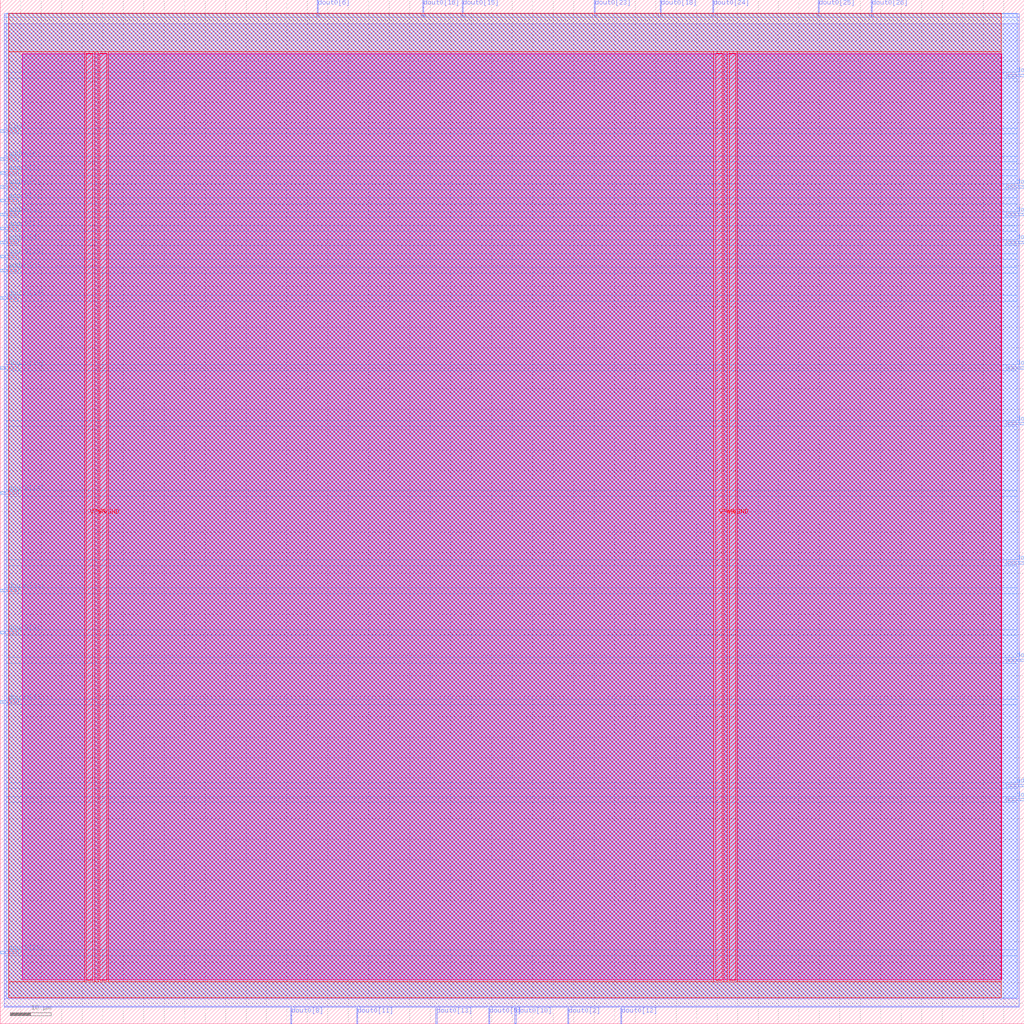
<source format=lef>
VERSION 5.7 ;
  NOWIREEXTENSIONATPIN ON ;
  DIVIDERCHAR "/" ;
  BUSBITCHARS "[]" ;
MACRO rom4
  CLASS BLOCK ;
  FOREIGN rom4 ;
  ORIGIN 0.000 0.000 ;
  SIZE 250.000 BY 250.000 ;
  PIN VGND
    DIRECTION INOUT ;
    USE GROUND ;
    PORT
      LAYER met4 ;
        RECT 24.340 10.640 25.940 236.880 ;
    END
    PORT
      LAYER met4 ;
        RECT 177.940 10.640 179.540 236.880 ;
    END
  END VGND
  PIN VPWR
    DIRECTION INOUT ;
    USE POWER ;
    PORT
      LAYER met4 ;
        RECT 21.040 10.640 22.640 236.880 ;
    END
    PORT
      LAYER met4 ;
        RECT 174.640 10.640 176.240 236.880 ;
    END
  END VPWR
  PIN addr0[0]
    DIRECTION INPUT ;
    USE SIGNAL ;
    ANTENNAGATEAREA 0.196500 ;
    PORT
      LAYER met3 ;
        RECT 0.000 183.640 4.000 184.240 ;
    END
  END addr0[0]
  PIN addr0[1]
    DIRECTION INPUT ;
    USE SIGNAL ;
    ANTENNAGATEAREA 0.196500 ;
    PORT
      LAYER met3 ;
        RECT 0.000 197.240 4.000 197.840 ;
    END
  END addr0[1]
  PIN addr0[2]
    DIRECTION INPUT ;
    USE SIGNAL ;
    ANTENNAGATEAREA 0.196500 ;
    PORT
      LAYER met3 ;
        RECT 0.000 193.840 4.000 194.440 ;
    END
  END addr0[2]
  PIN addr0[3]
    DIRECTION INPUT ;
    USE SIGNAL ;
    ANTENNAGATEAREA 0.196500 ;
    PORT
      LAYER met3 ;
        RECT 0.000 190.440 4.000 191.040 ;
    END
  END addr0[3]
  PIN addr0[4]
    DIRECTION INPUT ;
    USE SIGNAL ;
    ANTENNAGATEAREA 0.126000 ;
    PORT
      LAYER met3 ;
        RECT 0.000 200.640 4.000 201.240 ;
    END
  END addr0[4]
  PIN addr0[5]
    DIRECTION INPUT ;
    USE SIGNAL ;
    ANTENNAGATEAREA 0.196500 ;
    PORT
      LAYER met3 ;
        RECT 0.000 204.040 4.000 204.640 ;
    END
  END addr0[5]
  PIN addr0[6]
    DIRECTION INPUT ;
    USE SIGNAL ;
    ANTENNAGATEAREA 0.196500 ;
    PORT
      LAYER met3 ;
        RECT 246.000 57.840 250.000 58.440 ;
    END
  END addr0[6]
  PIN addr0[7]
    DIRECTION INPUT ;
    USE SIGNAL ;
    ANTENNAGATEAREA 0.126000 ;
    PORT
      LAYER met3 ;
        RECT 0.000 207.440 4.000 208.040 ;
    END
  END addr0[7]
  PIN addr0[8]
    DIRECTION INPUT ;
    USE SIGNAL ;
    ANTENNAGATEAREA 0.196500 ;
    PORT
      LAYER met3 ;
        RECT 0.000 210.840 4.000 211.440 ;
    END
  END addr0[8]
  PIN clk0
    DIRECTION INPUT ;
    USE SIGNAL ;
    ANTENNAGATEAREA 0.852000 ;
    PORT
      LAYER met3 ;
        RECT 0.000 217.640 4.000 218.240 ;
    END
  END clk0
  PIN dout0[0]
    DIRECTION OUTPUT ;
    USE SIGNAL ;
    ANTENNADIFFAREA 0.445500 ;
    PORT
      LAYER met3 ;
        RECT 246.000 112.240 250.000 112.840 ;
    END
  END dout0[0]
  PIN dout0[10]
    DIRECTION OUTPUT ;
    USE SIGNAL ;
    ANTENNADIFFAREA 0.445500 ;
    PORT
      LAYER met2 ;
        RECT 125.670 0.000 125.950 4.000 ;
    END
  END dout0[10]
  PIN dout0[11]
    DIRECTION OUTPUT ;
    USE SIGNAL ;
    ANTENNADIFFAREA 0.445500 ;
    PORT
      LAYER met2 ;
        RECT 87.030 0.000 87.310 4.000 ;
    END
  END dout0[11]
  PIN dout0[12]
    DIRECTION OUTPUT ;
    USE SIGNAL ;
    ANTENNADIFFAREA 0.445500 ;
    PORT
      LAYER met2 ;
        RECT 151.430 0.000 151.710 4.000 ;
    END
  END dout0[12]
  PIN dout0[13]
    DIRECTION OUTPUT ;
    USE SIGNAL ;
    ANTENNADIFFAREA 0.445500 ;
    PORT
      LAYER met2 ;
        RECT 106.350 0.000 106.630 4.000 ;
    END
  END dout0[13]
  PIN dout0[14]
    DIRECTION OUTPUT ;
    USE SIGNAL ;
    ANTENNADIFFAREA 0.445500 ;
    PORT
      LAYER met3 ;
        RECT 0.000 129.240 4.000 129.840 ;
    END
  END dout0[14]
  PIN dout0[15]
    DIRECTION OUTPUT ;
    USE SIGNAL ;
    ANTENNADIFFAREA 0.795200 ;
    PORT
      LAYER met2 ;
        RECT 112.790 246.000 113.070 250.000 ;
    END
  END dout0[15]
  PIN dout0[16]
    DIRECTION OUTPUT ;
    USE SIGNAL ;
    ANTENNADIFFAREA 0.795200 ;
    PORT
      LAYER met2 ;
        RECT 103.130 246.000 103.410 250.000 ;
    END
  END dout0[16]
  PIN dout0[17]
    DIRECTION OUTPUT ;
    USE SIGNAL ;
    ANTENNADIFFAREA 0.445500 ;
    PORT
      LAYER met3 ;
        RECT 0.000 176.840 4.000 177.440 ;
    END
  END dout0[17]
  PIN dout0[18]
    DIRECTION OUTPUT ;
    USE SIGNAL ;
    ANTENNADIFFAREA 0.795200 ;
    PORT
      LAYER met2 ;
        RECT 161.090 246.000 161.370 250.000 ;
    END
  END dout0[18]
  PIN dout0[19]
    DIRECTION OUTPUT ;
    USE SIGNAL ;
    ANTENNADIFFAREA 0.445500 ;
    PORT
      LAYER met3 ;
        RECT 0.000 159.840 4.000 160.440 ;
    END
  END dout0[19]
  PIN dout0[1]
    DIRECTION OUTPUT ;
    USE SIGNAL ;
    ANTENNADIFFAREA 0.445500 ;
    PORT
      LAYER met3 ;
        RECT 246.000 88.440 250.000 89.040 ;
    END
  END dout0[1]
  PIN dout0[20]
    DIRECTION OUTPUT ;
    USE SIGNAL ;
    ANTENNADIFFAREA 0.445500 ;
    PORT
      LAYER met3 ;
        RECT 0.000 187.040 4.000 187.640 ;
    END
  END dout0[20]
  PIN dout0[21]
    DIRECTION OUTPUT ;
    USE SIGNAL ;
    ANTENNADIFFAREA 0.445500 ;
    PORT
      LAYER met3 ;
        RECT 0.000 105.440 4.000 106.040 ;
    END
  END dout0[21]
  PIN dout0[22]
    DIRECTION OUTPUT ;
    USE SIGNAL ;
    ANTENNADIFFAREA 0.445500 ;
    PORT
      LAYER met3 ;
        RECT 246.000 159.840 250.000 160.440 ;
    END
  END dout0[22]
  PIN dout0[23]
    DIRECTION OUTPUT ;
    USE SIGNAL ;
    ANTENNADIFFAREA 0.795200 ;
    PORT
      LAYER met2 ;
        RECT 144.990 246.000 145.270 250.000 ;
    END
  END dout0[23]
  PIN dout0[24]
    DIRECTION OUTPUT ;
    USE SIGNAL ;
    ANTENNADIFFAREA 0.795200 ;
    PORT
      LAYER met2 ;
        RECT 173.970 246.000 174.250 250.000 ;
    END
  END dout0[24]
  PIN dout0[25]
    DIRECTION OUTPUT ;
    USE SIGNAL ;
    ANTENNADIFFAREA 0.795200 ;
    PORT
      LAYER met2 ;
        RECT 199.730 246.000 200.010 250.000 ;
    END
  END dout0[25]
  PIN dout0[26]
    DIRECTION OUTPUT ;
    USE SIGNAL ;
    ANTENNADIFFAREA 0.795200 ;
    PORT
      LAYER met2 ;
        RECT 212.610 246.000 212.890 250.000 ;
    END
  END dout0[26]
  PIN dout0[27]
    DIRECTION OUTPUT ;
    USE SIGNAL ;
    ANTENNADIFFAREA 0.445500 ;
    PORT
      LAYER met3 ;
        RECT 246.000 190.440 250.000 191.040 ;
    END
  END dout0[27]
  PIN dout0[28]
    DIRECTION OUTPUT ;
    USE SIGNAL ;
    ANTENNADIFFAREA 0.445500 ;
    PORT
      LAYER met3 ;
        RECT 246.000 197.240 250.000 197.840 ;
    END
  END dout0[28]
  PIN dout0[29]
    DIRECTION OUTPUT ;
    USE SIGNAL ;
    ANTENNADIFFAREA 0.445500 ;
    PORT
      LAYER met3 ;
        RECT 246.000 204.040 250.000 204.640 ;
    END
  END dout0[29]
  PIN dout0[2]
    DIRECTION OUTPUT ;
    USE SIGNAL ;
    ANTENNADIFFAREA 0.445500 ;
    PORT
      LAYER met2 ;
        RECT 138.550 0.000 138.830 4.000 ;
    END
  END dout0[2]
  PIN dout0[30]
    DIRECTION OUTPUT ;
    USE SIGNAL ;
    PORT
      LAYER met3 ;
        RECT 0.000 17.040 4.000 17.640 ;
    END
  END dout0[30]
  PIN dout0[31]
    DIRECTION OUTPUT ;
    USE SIGNAL ;
    PORT
      LAYER met3 ;
        RECT 246.000 231.240 250.000 231.840 ;
    END
  END dout0[31]
  PIN dout0[3]
    DIRECTION OUTPUT ;
    USE SIGNAL ;
    ANTENNADIFFAREA 0.445500 ;
    PORT
      LAYER met3 ;
        RECT 246.000 146.240 250.000 146.840 ;
    END
  END dout0[3]
  PIN dout0[4]
    DIRECTION OUTPUT ;
    USE SIGNAL ;
    ANTENNADIFFAREA 0.445500 ;
    PORT
      LAYER met3 ;
        RECT 246.000 54.440 250.000 55.040 ;
    END
  END dout0[4]
  PIN dout0[5]
    DIRECTION OUTPUT ;
    USE SIGNAL ;
    ANTENNADIFFAREA 0.445500 ;
    PORT
      LAYER met2 ;
        RECT 119.230 0.000 119.510 4.000 ;
    END
  END dout0[5]
  PIN dout0[6]
    DIRECTION OUTPUT ;
    USE SIGNAL ;
    ANTENNADIFFAREA 0.795200 ;
    PORT
      LAYER met2 ;
        RECT 77.370 246.000 77.650 250.000 ;
    END
  END dout0[6]
  PIN dout0[7]
    DIRECTION OUTPUT ;
    USE SIGNAL ;
    ANTENNADIFFAREA 0.445500 ;
    PORT
      LAYER met3 ;
        RECT 0.000 78.240 4.000 78.840 ;
    END
  END dout0[7]
  PIN dout0[8]
    DIRECTION OUTPUT ;
    USE SIGNAL ;
    ANTENNADIFFAREA 0.445500 ;
    PORT
      LAYER met2 ;
        RECT 70.930 0.000 71.210 4.000 ;
    END
  END dout0[8]
  PIN dout0[9]
    DIRECTION OUTPUT ;
    USE SIGNAL ;
    ANTENNADIFFAREA 0.445500 ;
    PORT
      LAYER met3 ;
        RECT 0.000 95.240 4.000 95.840 ;
    END
  END dout0[9]
  OBS
      LAYER nwell ;
        RECT 5.330 10.795 244.450 236.830 ;
      LAYER li1 ;
        RECT 5.520 10.795 244.260 236.725 ;
      LAYER met1 ;
        RECT 0.990 6.160 248.790 244.080 ;
      LAYER met2 ;
        RECT 1.020 245.720 77.090 246.570 ;
        RECT 77.930 245.720 102.850 246.570 ;
        RECT 103.690 245.720 112.510 246.570 ;
        RECT 113.350 245.720 144.710 246.570 ;
        RECT 145.550 245.720 160.810 246.570 ;
        RECT 161.650 245.720 173.690 246.570 ;
        RECT 174.530 245.720 199.450 246.570 ;
        RECT 200.290 245.720 212.330 246.570 ;
        RECT 213.170 245.720 248.760 246.570 ;
        RECT 1.020 4.280 248.760 245.720 ;
        RECT 1.020 4.000 70.650 4.280 ;
        RECT 71.490 4.000 86.750 4.280 ;
        RECT 87.590 4.000 106.070 4.280 ;
        RECT 106.910 4.000 118.950 4.280 ;
        RECT 119.790 4.000 125.390 4.280 ;
        RECT 126.230 4.000 138.270 4.280 ;
        RECT 139.110 4.000 151.150 4.280 ;
        RECT 151.990 4.000 248.760 4.280 ;
      LAYER met3 ;
        RECT 1.445 232.240 248.335 246.660 ;
        RECT 1.445 230.840 245.600 232.240 ;
        RECT 1.445 218.640 248.335 230.840 ;
        RECT 4.400 217.240 248.335 218.640 ;
        RECT 1.445 211.840 248.335 217.240 ;
        RECT 4.400 210.440 248.335 211.840 ;
        RECT 1.445 208.440 248.335 210.440 ;
        RECT 4.400 207.040 248.335 208.440 ;
        RECT 1.445 205.040 248.335 207.040 ;
        RECT 4.400 203.640 245.600 205.040 ;
        RECT 1.445 201.640 248.335 203.640 ;
        RECT 4.400 200.240 248.335 201.640 ;
        RECT 1.445 198.240 248.335 200.240 ;
        RECT 4.400 196.840 245.600 198.240 ;
        RECT 1.445 194.840 248.335 196.840 ;
        RECT 4.400 193.440 248.335 194.840 ;
        RECT 1.445 191.440 248.335 193.440 ;
        RECT 4.400 190.040 245.600 191.440 ;
        RECT 1.445 188.040 248.335 190.040 ;
        RECT 4.400 186.640 248.335 188.040 ;
        RECT 1.445 184.640 248.335 186.640 ;
        RECT 4.400 183.240 248.335 184.640 ;
        RECT 1.445 177.840 248.335 183.240 ;
        RECT 4.400 176.440 248.335 177.840 ;
        RECT 1.445 160.840 248.335 176.440 ;
        RECT 4.400 159.440 245.600 160.840 ;
        RECT 1.445 147.240 248.335 159.440 ;
        RECT 1.445 145.840 245.600 147.240 ;
        RECT 1.445 130.240 248.335 145.840 ;
        RECT 4.400 128.840 248.335 130.240 ;
        RECT 1.445 113.240 248.335 128.840 ;
        RECT 1.445 111.840 245.600 113.240 ;
        RECT 1.445 106.440 248.335 111.840 ;
        RECT 4.400 105.040 248.335 106.440 ;
        RECT 1.445 96.240 248.335 105.040 ;
        RECT 4.400 94.840 248.335 96.240 ;
        RECT 1.445 89.440 248.335 94.840 ;
        RECT 1.445 88.040 245.600 89.440 ;
        RECT 1.445 79.240 248.335 88.040 ;
        RECT 4.400 77.840 248.335 79.240 ;
        RECT 1.445 58.840 248.335 77.840 ;
        RECT 1.445 57.440 245.600 58.840 ;
        RECT 1.445 55.440 248.335 57.440 ;
        RECT 1.445 54.040 245.600 55.440 ;
        RECT 1.445 18.040 248.335 54.040 ;
        RECT 4.400 16.640 248.335 18.040 ;
        RECT 1.445 6.295 248.335 16.640 ;
      LAYER met4 ;
        RECT 2.135 237.280 244.425 246.665 ;
        RECT 2.135 10.240 20.640 237.280 ;
        RECT 23.040 10.240 23.940 237.280 ;
        RECT 26.340 10.240 174.240 237.280 ;
        RECT 176.640 10.240 177.540 237.280 ;
        RECT 179.940 10.240 244.425 237.280 ;
        RECT 2.135 6.295 244.425 10.240 ;
  END
END rom4
END LIBRARY


</source>
